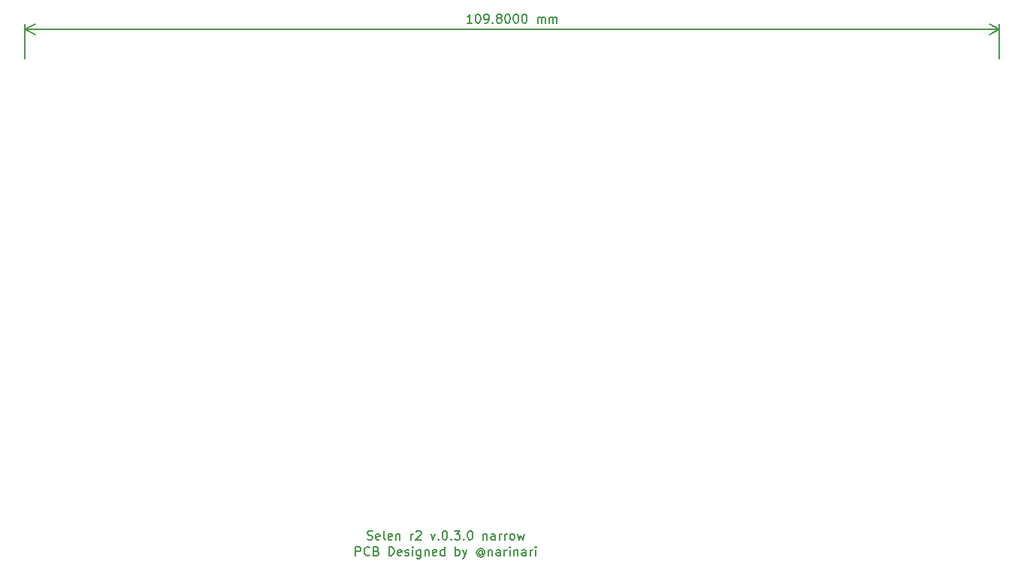
<source format=gts>
%TF.GenerationSoftware,KiCad,Pcbnew,(6.0.8)*%
%TF.CreationDate,2022-10-28T13:13:37+09:00*%
%TF.ProjectId,selen-full_narrow_plate,73656c65-6e2d-4667-956c-6c5f6e617272,rev?*%
%TF.SameCoordinates,Original*%
%TF.FileFunction,Soldermask,Top*%
%TF.FilePolarity,Negative*%
%FSLAX46Y46*%
G04 Gerber Fmt 4.6, Leading zero omitted, Abs format (unit mm)*
G04 Created by KiCad (PCBNEW (6.0.8)) date 2022-10-28 13:13:37*
%MOMM*%
%LPD*%
G01*
G04 APERTURE LIST*
%ADD10C,0.150000*%
G04 APERTURE END LIST*
D10*
X139457142Y-117052380D02*
X139457142Y-116052380D01*
X139838095Y-116052380D01*
X139933333Y-116100000D01*
X139980952Y-116147619D01*
X140028571Y-116242857D01*
X140028571Y-116385714D01*
X139980952Y-116480952D01*
X139933333Y-116528571D01*
X139838095Y-116576190D01*
X139457142Y-116576190D01*
X141028571Y-116957142D02*
X140980952Y-117004761D01*
X140838095Y-117052380D01*
X140742857Y-117052380D01*
X140600000Y-117004761D01*
X140504761Y-116909523D01*
X140457142Y-116814285D01*
X140409523Y-116623809D01*
X140409523Y-116480952D01*
X140457142Y-116290476D01*
X140504761Y-116195238D01*
X140600000Y-116100000D01*
X140742857Y-116052380D01*
X140838095Y-116052380D01*
X140980952Y-116100000D01*
X141028571Y-116147619D01*
X141790476Y-116528571D02*
X141933333Y-116576190D01*
X141980952Y-116623809D01*
X142028571Y-116719047D01*
X142028571Y-116861904D01*
X141980952Y-116957142D01*
X141933333Y-117004761D01*
X141838095Y-117052380D01*
X141457142Y-117052380D01*
X141457142Y-116052380D01*
X141790476Y-116052380D01*
X141885714Y-116100000D01*
X141933333Y-116147619D01*
X141980952Y-116242857D01*
X141980952Y-116338095D01*
X141933333Y-116433333D01*
X141885714Y-116480952D01*
X141790476Y-116528571D01*
X141457142Y-116528571D01*
X143219047Y-117052380D02*
X143219047Y-116052380D01*
X143457142Y-116052380D01*
X143600000Y-116100000D01*
X143695238Y-116195238D01*
X143742857Y-116290476D01*
X143790476Y-116480952D01*
X143790476Y-116623809D01*
X143742857Y-116814285D01*
X143695238Y-116909523D01*
X143600000Y-117004761D01*
X143457142Y-117052380D01*
X143219047Y-117052380D01*
X144600000Y-117004761D02*
X144504761Y-117052380D01*
X144314285Y-117052380D01*
X144219047Y-117004761D01*
X144171428Y-116909523D01*
X144171428Y-116528571D01*
X144219047Y-116433333D01*
X144314285Y-116385714D01*
X144504761Y-116385714D01*
X144600000Y-116433333D01*
X144647619Y-116528571D01*
X144647619Y-116623809D01*
X144171428Y-116719047D01*
X145028571Y-117004761D02*
X145123809Y-117052380D01*
X145314285Y-117052380D01*
X145409523Y-117004761D01*
X145457142Y-116909523D01*
X145457142Y-116861904D01*
X145409523Y-116766666D01*
X145314285Y-116719047D01*
X145171428Y-116719047D01*
X145076190Y-116671428D01*
X145028571Y-116576190D01*
X145028571Y-116528571D01*
X145076190Y-116433333D01*
X145171428Y-116385714D01*
X145314285Y-116385714D01*
X145409523Y-116433333D01*
X145885714Y-117052380D02*
X145885714Y-116385714D01*
X145885714Y-116052380D02*
X145838095Y-116100000D01*
X145885714Y-116147619D01*
X145933333Y-116100000D01*
X145885714Y-116052380D01*
X145885714Y-116147619D01*
X146790476Y-116385714D02*
X146790476Y-117195238D01*
X146742857Y-117290476D01*
X146695238Y-117338095D01*
X146600000Y-117385714D01*
X146457142Y-117385714D01*
X146361904Y-117338095D01*
X146790476Y-117004761D02*
X146695238Y-117052380D01*
X146504761Y-117052380D01*
X146409523Y-117004761D01*
X146361904Y-116957142D01*
X146314285Y-116861904D01*
X146314285Y-116576190D01*
X146361904Y-116480952D01*
X146409523Y-116433333D01*
X146504761Y-116385714D01*
X146695238Y-116385714D01*
X146790476Y-116433333D01*
X147266666Y-116385714D02*
X147266666Y-117052380D01*
X147266666Y-116480952D02*
X147314285Y-116433333D01*
X147409523Y-116385714D01*
X147552380Y-116385714D01*
X147647619Y-116433333D01*
X147695238Y-116528571D01*
X147695238Y-117052380D01*
X148552380Y-117004761D02*
X148457142Y-117052380D01*
X148266666Y-117052380D01*
X148171428Y-117004761D01*
X148123809Y-116909523D01*
X148123809Y-116528571D01*
X148171428Y-116433333D01*
X148266666Y-116385714D01*
X148457142Y-116385714D01*
X148552380Y-116433333D01*
X148600000Y-116528571D01*
X148600000Y-116623809D01*
X148123809Y-116719047D01*
X149457142Y-117052380D02*
X149457142Y-116052380D01*
X149457142Y-117004761D02*
X149361904Y-117052380D01*
X149171428Y-117052380D01*
X149076190Y-117004761D01*
X149028571Y-116957142D01*
X148980952Y-116861904D01*
X148980952Y-116576190D01*
X149028571Y-116480952D01*
X149076190Y-116433333D01*
X149171428Y-116385714D01*
X149361904Y-116385714D01*
X149457142Y-116433333D01*
X150695238Y-117052380D02*
X150695238Y-116052380D01*
X150695238Y-116433333D02*
X150790476Y-116385714D01*
X150980952Y-116385714D01*
X151076190Y-116433333D01*
X151123809Y-116480952D01*
X151171428Y-116576190D01*
X151171428Y-116861904D01*
X151123809Y-116957142D01*
X151076190Y-117004761D01*
X150980952Y-117052380D01*
X150790476Y-117052380D01*
X150695238Y-117004761D01*
X151504761Y-116385714D02*
X151742857Y-117052380D01*
X151980952Y-116385714D02*
X151742857Y-117052380D01*
X151647619Y-117290476D01*
X151600000Y-117338095D01*
X151504761Y-117385714D01*
X153742857Y-116576190D02*
X153695238Y-116528571D01*
X153600000Y-116480952D01*
X153504761Y-116480952D01*
X153409523Y-116528571D01*
X153361904Y-116576190D01*
X153314285Y-116671428D01*
X153314285Y-116766666D01*
X153361904Y-116861904D01*
X153409523Y-116909523D01*
X153504761Y-116957142D01*
X153600000Y-116957142D01*
X153695238Y-116909523D01*
X153742857Y-116861904D01*
X153742857Y-116480952D02*
X153742857Y-116861904D01*
X153790476Y-116909523D01*
X153838095Y-116909523D01*
X153933333Y-116861904D01*
X153980952Y-116766666D01*
X153980952Y-116528571D01*
X153885714Y-116385714D01*
X153742857Y-116290476D01*
X153552380Y-116242857D01*
X153361904Y-116290476D01*
X153219047Y-116385714D01*
X153123809Y-116528571D01*
X153076190Y-116719047D01*
X153123809Y-116909523D01*
X153219047Y-117052380D01*
X153361904Y-117147619D01*
X153552380Y-117195238D01*
X153742857Y-117147619D01*
X153885714Y-117052380D01*
X154409523Y-116385714D02*
X154409523Y-117052380D01*
X154409523Y-116480952D02*
X154457142Y-116433333D01*
X154552380Y-116385714D01*
X154695238Y-116385714D01*
X154790476Y-116433333D01*
X154838095Y-116528571D01*
X154838095Y-117052380D01*
X155742857Y-117052380D02*
X155742857Y-116528571D01*
X155695238Y-116433333D01*
X155600000Y-116385714D01*
X155409523Y-116385714D01*
X155314285Y-116433333D01*
X155742857Y-117004761D02*
X155647619Y-117052380D01*
X155409523Y-117052380D01*
X155314285Y-117004761D01*
X155266666Y-116909523D01*
X155266666Y-116814285D01*
X155314285Y-116719047D01*
X155409523Y-116671428D01*
X155647619Y-116671428D01*
X155742857Y-116623809D01*
X156219047Y-117052380D02*
X156219047Y-116385714D01*
X156219047Y-116576190D02*
X156266666Y-116480952D01*
X156314285Y-116433333D01*
X156409523Y-116385714D01*
X156504761Y-116385714D01*
X156838095Y-117052380D02*
X156838095Y-116385714D01*
X156838095Y-116052380D02*
X156790476Y-116100000D01*
X156838095Y-116147619D01*
X156885714Y-116100000D01*
X156838095Y-116052380D01*
X156838095Y-116147619D01*
X157314285Y-116385714D02*
X157314285Y-117052380D01*
X157314285Y-116480952D02*
X157361904Y-116433333D01*
X157457142Y-116385714D01*
X157600000Y-116385714D01*
X157695238Y-116433333D01*
X157742857Y-116528571D01*
X157742857Y-117052380D01*
X158647619Y-117052380D02*
X158647619Y-116528571D01*
X158600000Y-116433333D01*
X158504761Y-116385714D01*
X158314285Y-116385714D01*
X158219047Y-116433333D01*
X158647619Y-117004761D02*
X158552380Y-117052380D01*
X158314285Y-117052380D01*
X158219047Y-117004761D01*
X158171428Y-116909523D01*
X158171428Y-116814285D01*
X158219047Y-116719047D01*
X158314285Y-116671428D01*
X158552380Y-116671428D01*
X158647619Y-116623809D01*
X159123809Y-117052380D02*
X159123809Y-116385714D01*
X159123809Y-116576190D02*
X159171428Y-116480952D01*
X159219047Y-116433333D01*
X159314285Y-116385714D01*
X159409523Y-116385714D01*
X159742857Y-117052380D02*
X159742857Y-116385714D01*
X159742857Y-116052380D02*
X159695238Y-116100000D01*
X159742857Y-116147619D01*
X159790476Y-116100000D01*
X159742857Y-116052380D01*
X159742857Y-116147619D01*
X140790476Y-115204761D02*
X140933333Y-115252380D01*
X141171428Y-115252380D01*
X141266666Y-115204761D01*
X141314285Y-115157142D01*
X141361904Y-115061904D01*
X141361904Y-114966666D01*
X141314285Y-114871428D01*
X141266666Y-114823809D01*
X141171428Y-114776190D01*
X140980952Y-114728571D01*
X140885714Y-114680952D01*
X140838095Y-114633333D01*
X140790476Y-114538095D01*
X140790476Y-114442857D01*
X140838095Y-114347619D01*
X140885714Y-114300000D01*
X140980952Y-114252380D01*
X141219047Y-114252380D01*
X141361904Y-114300000D01*
X142171428Y-115204761D02*
X142076190Y-115252380D01*
X141885714Y-115252380D01*
X141790476Y-115204761D01*
X141742857Y-115109523D01*
X141742857Y-114728571D01*
X141790476Y-114633333D01*
X141885714Y-114585714D01*
X142076190Y-114585714D01*
X142171428Y-114633333D01*
X142219047Y-114728571D01*
X142219047Y-114823809D01*
X141742857Y-114919047D01*
X142790476Y-115252380D02*
X142695238Y-115204761D01*
X142647619Y-115109523D01*
X142647619Y-114252380D01*
X143552380Y-115204761D02*
X143457142Y-115252380D01*
X143266666Y-115252380D01*
X143171428Y-115204761D01*
X143123809Y-115109523D01*
X143123809Y-114728571D01*
X143171428Y-114633333D01*
X143266666Y-114585714D01*
X143457142Y-114585714D01*
X143552380Y-114633333D01*
X143600000Y-114728571D01*
X143600000Y-114823809D01*
X143123809Y-114919047D01*
X144028571Y-114585714D02*
X144028571Y-115252380D01*
X144028571Y-114680952D02*
X144076190Y-114633333D01*
X144171428Y-114585714D01*
X144314285Y-114585714D01*
X144409523Y-114633333D01*
X144457142Y-114728571D01*
X144457142Y-115252380D01*
X145695238Y-115252380D02*
X145695238Y-114585714D01*
X145695238Y-114776190D02*
X145742857Y-114680952D01*
X145790476Y-114633333D01*
X145885714Y-114585714D01*
X145980952Y-114585714D01*
X146266666Y-114347619D02*
X146314285Y-114300000D01*
X146409523Y-114252380D01*
X146647619Y-114252380D01*
X146742857Y-114300000D01*
X146790476Y-114347619D01*
X146838095Y-114442857D01*
X146838095Y-114538095D01*
X146790476Y-114680952D01*
X146219047Y-115252380D01*
X146838095Y-115252380D01*
X147933333Y-114585714D02*
X148171428Y-115252380D01*
X148409523Y-114585714D01*
X148790476Y-115157142D02*
X148838095Y-115204761D01*
X148790476Y-115252380D01*
X148742857Y-115204761D01*
X148790476Y-115157142D01*
X148790476Y-115252380D01*
X149457142Y-114252380D02*
X149552380Y-114252380D01*
X149647619Y-114300000D01*
X149695238Y-114347619D01*
X149742857Y-114442857D01*
X149790476Y-114633333D01*
X149790476Y-114871428D01*
X149742857Y-115061904D01*
X149695238Y-115157142D01*
X149647619Y-115204761D01*
X149552380Y-115252380D01*
X149457142Y-115252380D01*
X149361904Y-115204761D01*
X149314285Y-115157142D01*
X149266666Y-115061904D01*
X149219047Y-114871428D01*
X149219047Y-114633333D01*
X149266666Y-114442857D01*
X149314285Y-114347619D01*
X149361904Y-114300000D01*
X149457142Y-114252380D01*
X150219047Y-115157142D02*
X150266666Y-115204761D01*
X150219047Y-115252380D01*
X150171428Y-115204761D01*
X150219047Y-115157142D01*
X150219047Y-115252380D01*
X150600000Y-114252380D02*
X151219047Y-114252380D01*
X150885714Y-114633333D01*
X151028571Y-114633333D01*
X151123809Y-114680952D01*
X151171428Y-114728571D01*
X151219047Y-114823809D01*
X151219047Y-115061904D01*
X151171428Y-115157142D01*
X151123809Y-115204761D01*
X151028571Y-115252380D01*
X150742857Y-115252380D01*
X150647619Y-115204761D01*
X150600000Y-115157142D01*
X151647619Y-115157142D02*
X151695238Y-115204761D01*
X151647619Y-115252380D01*
X151600000Y-115204761D01*
X151647619Y-115157142D01*
X151647619Y-115252380D01*
X152314285Y-114252380D02*
X152409523Y-114252380D01*
X152504761Y-114300000D01*
X152552380Y-114347619D01*
X152600000Y-114442857D01*
X152647619Y-114633333D01*
X152647619Y-114871428D01*
X152600000Y-115061904D01*
X152552380Y-115157142D01*
X152504761Y-115204761D01*
X152409523Y-115252380D01*
X152314285Y-115252380D01*
X152219047Y-115204761D01*
X152171428Y-115157142D01*
X152123809Y-115061904D01*
X152076190Y-114871428D01*
X152076190Y-114633333D01*
X152123809Y-114442857D01*
X152171428Y-114347619D01*
X152219047Y-114300000D01*
X152314285Y-114252380D01*
X153838095Y-114585714D02*
X153838095Y-115252380D01*
X153838095Y-114680952D02*
X153885714Y-114633333D01*
X153980952Y-114585714D01*
X154123809Y-114585714D01*
X154219047Y-114633333D01*
X154266666Y-114728571D01*
X154266666Y-115252380D01*
X155171428Y-115252380D02*
X155171428Y-114728571D01*
X155123809Y-114633333D01*
X155028571Y-114585714D01*
X154838095Y-114585714D01*
X154742857Y-114633333D01*
X155171428Y-115204761D02*
X155076190Y-115252380D01*
X154838095Y-115252380D01*
X154742857Y-115204761D01*
X154695238Y-115109523D01*
X154695238Y-115014285D01*
X154742857Y-114919047D01*
X154838095Y-114871428D01*
X155076190Y-114871428D01*
X155171428Y-114823809D01*
X155647619Y-115252380D02*
X155647619Y-114585714D01*
X155647619Y-114776190D02*
X155695238Y-114680952D01*
X155742857Y-114633333D01*
X155838095Y-114585714D01*
X155933333Y-114585714D01*
X156266666Y-115252380D02*
X156266666Y-114585714D01*
X156266666Y-114776190D02*
X156314285Y-114680952D01*
X156361904Y-114633333D01*
X156457142Y-114585714D01*
X156552380Y-114585714D01*
X157028571Y-115252380D02*
X156933333Y-115204761D01*
X156885714Y-115157142D01*
X156838095Y-115061904D01*
X156838095Y-114776190D01*
X156885714Y-114680952D01*
X156933333Y-114633333D01*
X157028571Y-114585714D01*
X157171428Y-114585714D01*
X157266666Y-114633333D01*
X157314285Y-114680952D01*
X157361904Y-114776190D01*
X157361904Y-115061904D01*
X157314285Y-115157142D01*
X157266666Y-115204761D01*
X157171428Y-115252380D01*
X157028571Y-115252380D01*
X157695238Y-114585714D02*
X157885714Y-115252380D01*
X158076190Y-114776190D01*
X158266666Y-115252380D01*
X158457142Y-114585714D01*
X152576190Y-57002380D02*
X152004761Y-57002380D01*
X152290476Y-57002380D02*
X152290476Y-56002380D01*
X152195238Y-56145238D01*
X152100000Y-56240476D01*
X152004761Y-56288095D01*
X153195238Y-56002380D02*
X153290476Y-56002380D01*
X153385714Y-56050000D01*
X153433333Y-56097619D01*
X153480952Y-56192857D01*
X153528571Y-56383333D01*
X153528571Y-56621428D01*
X153480952Y-56811904D01*
X153433333Y-56907142D01*
X153385714Y-56954761D01*
X153290476Y-57002380D01*
X153195238Y-57002380D01*
X153100000Y-56954761D01*
X153052380Y-56907142D01*
X153004761Y-56811904D01*
X152957142Y-56621428D01*
X152957142Y-56383333D01*
X153004761Y-56192857D01*
X153052380Y-56097619D01*
X153100000Y-56050000D01*
X153195238Y-56002380D01*
X154004761Y-57002380D02*
X154195238Y-57002380D01*
X154290476Y-56954761D01*
X154338095Y-56907142D01*
X154433333Y-56764285D01*
X154480952Y-56573809D01*
X154480952Y-56192857D01*
X154433333Y-56097619D01*
X154385714Y-56050000D01*
X154290476Y-56002380D01*
X154100000Y-56002380D01*
X154004761Y-56050000D01*
X153957142Y-56097619D01*
X153909523Y-56192857D01*
X153909523Y-56430952D01*
X153957142Y-56526190D01*
X154004761Y-56573809D01*
X154100000Y-56621428D01*
X154290476Y-56621428D01*
X154385714Y-56573809D01*
X154433333Y-56526190D01*
X154480952Y-56430952D01*
X154909523Y-56907142D02*
X154957142Y-56954761D01*
X154909523Y-57002380D01*
X154861904Y-56954761D01*
X154909523Y-56907142D01*
X154909523Y-57002380D01*
X155528571Y-56430952D02*
X155433333Y-56383333D01*
X155385714Y-56335714D01*
X155338095Y-56240476D01*
X155338095Y-56192857D01*
X155385714Y-56097619D01*
X155433333Y-56050000D01*
X155528571Y-56002380D01*
X155719047Y-56002380D01*
X155814285Y-56050000D01*
X155861904Y-56097619D01*
X155909523Y-56192857D01*
X155909523Y-56240476D01*
X155861904Y-56335714D01*
X155814285Y-56383333D01*
X155719047Y-56430952D01*
X155528571Y-56430952D01*
X155433333Y-56478571D01*
X155385714Y-56526190D01*
X155338095Y-56621428D01*
X155338095Y-56811904D01*
X155385714Y-56907142D01*
X155433333Y-56954761D01*
X155528571Y-57002380D01*
X155719047Y-57002380D01*
X155814285Y-56954761D01*
X155861904Y-56907142D01*
X155909523Y-56811904D01*
X155909523Y-56621428D01*
X155861904Y-56526190D01*
X155814285Y-56478571D01*
X155719047Y-56430952D01*
X156528571Y-56002380D02*
X156623809Y-56002380D01*
X156719047Y-56050000D01*
X156766666Y-56097619D01*
X156814285Y-56192857D01*
X156861904Y-56383333D01*
X156861904Y-56621428D01*
X156814285Y-56811904D01*
X156766666Y-56907142D01*
X156719047Y-56954761D01*
X156623809Y-57002380D01*
X156528571Y-57002380D01*
X156433333Y-56954761D01*
X156385714Y-56907142D01*
X156338095Y-56811904D01*
X156290476Y-56621428D01*
X156290476Y-56383333D01*
X156338095Y-56192857D01*
X156385714Y-56097619D01*
X156433333Y-56050000D01*
X156528571Y-56002380D01*
X157480952Y-56002380D02*
X157576190Y-56002380D01*
X157671428Y-56050000D01*
X157719047Y-56097619D01*
X157766666Y-56192857D01*
X157814285Y-56383333D01*
X157814285Y-56621428D01*
X157766666Y-56811904D01*
X157719047Y-56907142D01*
X157671428Y-56954761D01*
X157576190Y-57002380D01*
X157480952Y-57002380D01*
X157385714Y-56954761D01*
X157338095Y-56907142D01*
X157290476Y-56811904D01*
X157242857Y-56621428D01*
X157242857Y-56383333D01*
X157290476Y-56192857D01*
X157338095Y-56097619D01*
X157385714Y-56050000D01*
X157480952Y-56002380D01*
X158433333Y-56002380D02*
X158528571Y-56002380D01*
X158623809Y-56050000D01*
X158671428Y-56097619D01*
X158719047Y-56192857D01*
X158766666Y-56383333D01*
X158766666Y-56621428D01*
X158719047Y-56811904D01*
X158671428Y-56907142D01*
X158623809Y-56954761D01*
X158528571Y-57002380D01*
X158433333Y-57002380D01*
X158338095Y-56954761D01*
X158290476Y-56907142D01*
X158242857Y-56811904D01*
X158195238Y-56621428D01*
X158195238Y-56383333D01*
X158242857Y-56192857D01*
X158290476Y-56097619D01*
X158338095Y-56050000D01*
X158433333Y-56002380D01*
X159957142Y-57002380D02*
X159957142Y-56335714D01*
X159957142Y-56430952D02*
X160004761Y-56383333D01*
X160100000Y-56335714D01*
X160242857Y-56335714D01*
X160338095Y-56383333D01*
X160385714Y-56478571D01*
X160385714Y-57002380D01*
X160385714Y-56478571D02*
X160433333Y-56383333D01*
X160528571Y-56335714D01*
X160671428Y-56335714D01*
X160766666Y-56383333D01*
X160814285Y-56478571D01*
X160814285Y-57002380D01*
X161290476Y-57002380D02*
X161290476Y-56335714D01*
X161290476Y-56430952D02*
X161338095Y-56383333D01*
X161433333Y-56335714D01*
X161576190Y-56335714D01*
X161671428Y-56383333D01*
X161719047Y-56478571D01*
X161719047Y-57002380D01*
X161719047Y-56478571D02*
X161766666Y-56383333D01*
X161861904Y-56335714D01*
X162004761Y-56335714D01*
X162100000Y-56383333D01*
X162147619Y-56478571D01*
X162147619Y-57002380D01*
X212000000Y-61000000D02*
X212000000Y-57113580D01*
X102200000Y-61000000D02*
X102200000Y-57113580D01*
X212000000Y-57700000D02*
X102200000Y-57700000D01*
X212000000Y-57700000D02*
X102200000Y-57700000D01*
X212000000Y-57700000D02*
X210873496Y-57113579D01*
X212000000Y-57700000D02*
X210873496Y-58286421D01*
X102200000Y-57700000D02*
X103326504Y-58286421D01*
X102200000Y-57700000D02*
X103326504Y-57113579D01*
M02*

</source>
